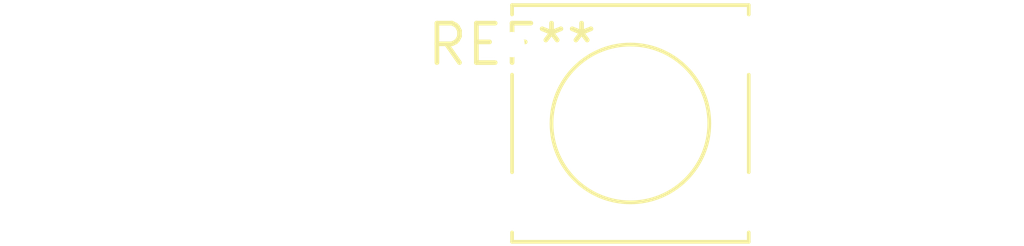
<source format=kicad_pcb>
(kicad_pcb (version 20240108) (generator pcbnew)
  (layers (0 "F.Cu" signal) (31 "B.Cu" signal) (34 "B.Paste" user) (35 "F.Paste" user) (36 "B.SilkS" user "B.Silkscreen") (37 "F.SilkS" user "F.Silkscreen") (38 "B.Mask" user) (39 "F.Mask" user) (44 "Edge.Cuts" user))
  (net 0 "")
  (footprint "SW_Tactile_Straight_KSL0Axx1LFTR" (layer "F.Cu") (at 0 0)
    (property "Reference" "REF**")
    (property "Value" "SW_Tactile_Straight_KSL0Axx1LFTR")
    (fp_line (start 0 -1.27) (end 0 -0.97) (layer "F.SilkS") (stroke (width 0.12)))
    (fp_line (start 0 -1.27) (end 7.62 -1.27) (layer "F.SilkS") (stroke (width 0.12)))
    (fp_line (start 0 0.97) (end 0 4.11) (layer "F.SilkS") (stroke (width 0.12)))
    (fp_line (start 0 6.05) (end 0 6.35) (layer "F.SilkS") (stroke (width 0.12)))
    (fp_line (start 7.62 -1.27) (end 7.62 -0.97) (layer "F.SilkS") (stroke (width 0.12)))
    (fp_line (start 7.62 0.97) (end 7.62 4.11) (layer "F.SilkS") (stroke (width 0.12)))
    (fp_line (start 7.62 6.05) (end 7.62 6.35) (layer "F.SilkS") (stroke (width 0.12)))
    (fp_line (start 7.62 6.35) (end 0 6.35) (layer "F.SilkS") (stroke (width 0.12)))
    (fp_circle (center 3.81 2.54) (end 3.81 0) (layer "F.SilkS") (stroke (width 0.12)) (fill none))
    (pad "1" thru_hole circle (at 0 0) (size 1.397 1.397) (drill 0.8128) (layers *.Cu *.Mask) (remove_unused_layers))
    (pad "1" thru_hole circle (at 7.62 0) (size 1.397 1.397) (drill 0.8128) (layers *.Cu *.Mask) (remove_unused_layers))
    (pad "2" thru_hole circle (at 0 5.08) (size 1.397 1.397) (drill 0.8128) (layers *.Cu *.Mask) (remove_unused_layers))
    (pad "2" thru_hole circle (at 7.62 5.08) (size 1.397 1.397) (drill 0.8128) (layers *.Cu *.Mask) (remove_unused_layers))
  )
)
</source>
